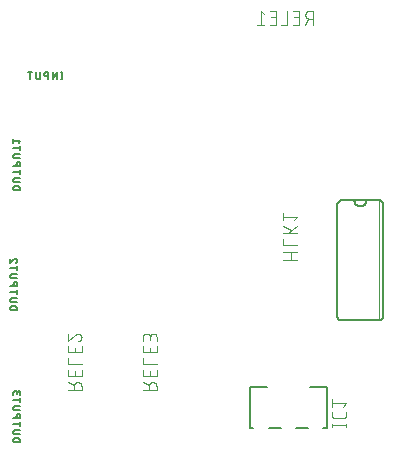
<source format=gbr>
G04 EAGLE Gerber RS-274X export*
G75*
%MOMM*%
%FSLAX34Y34*%
%LPD*%
%INSilkscreen Bottom*%
%IPPOS*%
%AMOC8*
5,1,8,0,0,1.08239X$1,22.5*%
G01*
%ADD10C,0.101600*%
%ADD11C,0.152400*%
%ADD12C,0.050800*%


D10*
X455168Y160528D02*
X466852Y160528D01*
X461659Y160528D02*
X461659Y167019D01*
X466852Y167019D02*
X455168Y167019D01*
X455168Y172743D02*
X466852Y172743D01*
X455168Y172743D02*
X455168Y177935D01*
X455168Y182795D02*
X466852Y182795D01*
X466852Y189286D02*
X459712Y182795D01*
X462308Y185392D02*
X455168Y189286D01*
X464256Y193675D02*
X466852Y196920D01*
X455168Y196920D01*
X455168Y193675D02*
X455168Y200166D01*
D11*
X427240Y53060D02*
X427240Y18060D01*
X430140Y18060D01*
X443340Y18060D02*
X453140Y18060D01*
X466340Y18060D02*
X476140Y18060D01*
X489340Y18060D02*
X492240Y18060D01*
X492240Y53060D01*
X477840Y53060D01*
X441640Y53060D02*
X427240Y53060D01*
D10*
X496748Y20366D02*
X508432Y20366D01*
X496748Y19068D02*
X496748Y21664D01*
X508432Y21664D02*
X508432Y19068D01*
X496748Y28828D02*
X496748Y31424D01*
X496748Y28828D02*
X496750Y28729D01*
X496756Y28629D01*
X496765Y28530D01*
X496778Y28432D01*
X496795Y28334D01*
X496816Y28236D01*
X496841Y28140D01*
X496869Y28045D01*
X496901Y27951D01*
X496936Y27858D01*
X496975Y27766D01*
X497018Y27676D01*
X497063Y27588D01*
X497113Y27501D01*
X497165Y27417D01*
X497221Y27334D01*
X497279Y27254D01*
X497341Y27176D01*
X497406Y27101D01*
X497474Y27028D01*
X497544Y26958D01*
X497617Y26890D01*
X497692Y26825D01*
X497770Y26763D01*
X497850Y26705D01*
X497933Y26649D01*
X498017Y26597D01*
X498104Y26547D01*
X498192Y26502D01*
X498282Y26459D01*
X498374Y26420D01*
X498467Y26385D01*
X498561Y26353D01*
X498656Y26325D01*
X498752Y26300D01*
X498850Y26279D01*
X498948Y26262D01*
X499046Y26249D01*
X499145Y26240D01*
X499245Y26234D01*
X499344Y26232D01*
X499344Y26231D02*
X505836Y26231D01*
X505836Y26232D02*
X505935Y26234D01*
X506035Y26240D01*
X506134Y26249D01*
X506232Y26262D01*
X506330Y26279D01*
X506428Y26300D01*
X506524Y26325D01*
X506619Y26353D01*
X506713Y26385D01*
X506806Y26420D01*
X506898Y26459D01*
X506988Y26502D01*
X507076Y26547D01*
X507163Y26597D01*
X507247Y26649D01*
X507330Y26705D01*
X507410Y26763D01*
X507488Y26825D01*
X507563Y26890D01*
X507636Y26958D01*
X507706Y27028D01*
X507774Y27101D01*
X507839Y27176D01*
X507901Y27254D01*
X507959Y27334D01*
X508015Y27417D01*
X508067Y27501D01*
X508117Y27588D01*
X508162Y27676D01*
X508205Y27766D01*
X508244Y27858D01*
X508279Y27950D01*
X508311Y28045D01*
X508339Y28140D01*
X508364Y28236D01*
X508385Y28334D01*
X508402Y28432D01*
X508415Y28530D01*
X508424Y28629D01*
X508430Y28729D01*
X508432Y28828D01*
X508432Y31424D01*
X505836Y35790D02*
X508432Y39035D01*
X496748Y39035D01*
X496748Y35790D02*
X496748Y42281D01*
D11*
X501142Y113030D02*
X501142Y207010D01*
X540258Y113030D02*
X540256Y112908D01*
X540250Y112786D01*
X540240Y112664D01*
X540227Y112543D01*
X540209Y112422D01*
X540188Y112302D01*
X540162Y112182D01*
X540133Y112064D01*
X540101Y111946D01*
X540064Y111829D01*
X540024Y111714D01*
X539980Y111600D01*
X539932Y111488D01*
X539881Y111377D01*
X539826Y111268D01*
X539768Y111160D01*
X539706Y111055D01*
X539641Y110952D01*
X539573Y110850D01*
X539501Y110751D01*
X539427Y110655D01*
X539349Y110560D01*
X539268Y110469D01*
X539185Y110379D01*
X539099Y110293D01*
X539009Y110210D01*
X538918Y110129D01*
X538823Y110051D01*
X538727Y109977D01*
X538628Y109905D01*
X538526Y109837D01*
X538423Y109772D01*
X538318Y109710D01*
X538210Y109652D01*
X538101Y109597D01*
X537990Y109546D01*
X537878Y109498D01*
X537764Y109454D01*
X537649Y109414D01*
X537532Y109377D01*
X537414Y109345D01*
X537296Y109316D01*
X537176Y109290D01*
X537056Y109269D01*
X536935Y109251D01*
X536814Y109238D01*
X536692Y109228D01*
X536570Y109222D01*
X536448Y109220D01*
X501142Y207010D02*
X501144Y207132D01*
X501150Y207254D01*
X501160Y207376D01*
X501173Y207497D01*
X501191Y207618D01*
X501212Y207738D01*
X501238Y207858D01*
X501267Y207976D01*
X501299Y208094D01*
X501336Y208211D01*
X501376Y208326D01*
X501420Y208440D01*
X501468Y208552D01*
X501519Y208663D01*
X501574Y208772D01*
X501632Y208880D01*
X501694Y208985D01*
X501759Y209088D01*
X501827Y209190D01*
X501899Y209289D01*
X501973Y209385D01*
X502051Y209480D01*
X502132Y209571D01*
X502215Y209661D01*
X502301Y209747D01*
X502391Y209830D01*
X502482Y209911D01*
X502577Y209989D01*
X502673Y210063D01*
X502772Y210135D01*
X502874Y210203D01*
X502977Y210268D01*
X503082Y210330D01*
X503190Y210388D01*
X503299Y210443D01*
X503410Y210494D01*
X503522Y210542D01*
X503636Y210586D01*
X503751Y210626D01*
X503868Y210663D01*
X503986Y210695D01*
X504104Y210724D01*
X504224Y210750D01*
X504344Y210771D01*
X504465Y210789D01*
X504586Y210802D01*
X504708Y210812D01*
X504830Y210818D01*
X504952Y210820D01*
X501142Y113030D02*
X501144Y112908D01*
X501150Y112786D01*
X501160Y112664D01*
X501173Y112543D01*
X501191Y112422D01*
X501212Y112302D01*
X501238Y112182D01*
X501267Y112064D01*
X501299Y111946D01*
X501336Y111829D01*
X501376Y111714D01*
X501420Y111600D01*
X501468Y111488D01*
X501519Y111377D01*
X501574Y111268D01*
X501632Y111160D01*
X501694Y111055D01*
X501759Y110952D01*
X501827Y110850D01*
X501899Y110751D01*
X501973Y110655D01*
X502051Y110560D01*
X502132Y110469D01*
X502215Y110379D01*
X502301Y110293D01*
X502391Y110210D01*
X502482Y110129D01*
X502577Y110051D01*
X502673Y109977D01*
X502772Y109905D01*
X502874Y109837D01*
X502977Y109772D01*
X503082Y109710D01*
X503190Y109652D01*
X503299Y109597D01*
X503410Y109546D01*
X503522Y109498D01*
X503636Y109454D01*
X503751Y109414D01*
X503868Y109377D01*
X503986Y109345D01*
X504104Y109316D01*
X504224Y109290D01*
X504344Y109269D01*
X504465Y109251D01*
X504586Y109238D01*
X504708Y109228D01*
X504830Y109222D01*
X504952Y109220D01*
X540258Y207010D02*
X540256Y207132D01*
X540250Y207254D01*
X540240Y207376D01*
X540227Y207497D01*
X540209Y207618D01*
X540188Y207738D01*
X540162Y207858D01*
X540133Y207976D01*
X540101Y208094D01*
X540064Y208211D01*
X540024Y208326D01*
X539980Y208440D01*
X539932Y208552D01*
X539881Y208663D01*
X539826Y208772D01*
X539768Y208880D01*
X539706Y208985D01*
X539641Y209088D01*
X539573Y209190D01*
X539501Y209289D01*
X539427Y209385D01*
X539349Y209480D01*
X539268Y209571D01*
X539185Y209661D01*
X539099Y209747D01*
X539009Y209830D01*
X538918Y209911D01*
X538823Y209989D01*
X538727Y210063D01*
X538628Y210135D01*
X538526Y210203D01*
X538423Y210268D01*
X538318Y210330D01*
X538210Y210388D01*
X538101Y210443D01*
X537990Y210494D01*
X537878Y210542D01*
X537764Y210586D01*
X537649Y210626D01*
X537532Y210663D01*
X537414Y210695D01*
X537296Y210724D01*
X537176Y210750D01*
X537056Y210771D01*
X536935Y210789D01*
X536814Y210802D01*
X536692Y210812D01*
X536570Y210818D01*
X536448Y210820D01*
X540258Y207010D02*
X540258Y113030D01*
X536448Y109220D02*
X504952Y109220D01*
X504952Y210820D02*
X536448Y210820D01*
X525780Y210820D02*
X525778Y210679D01*
X525772Y210538D01*
X525762Y210397D01*
X525749Y210256D01*
X525731Y210116D01*
X525709Y209977D01*
X525684Y209838D01*
X525655Y209699D01*
X525622Y209562D01*
X525585Y209426D01*
X525544Y209291D01*
X525500Y209156D01*
X525452Y209024D01*
X525400Y208892D01*
X525345Y208762D01*
X525286Y208634D01*
X525223Y208507D01*
X525157Y208383D01*
X525088Y208260D01*
X525015Y208139D01*
X524939Y208020D01*
X524859Y207903D01*
X524776Y207789D01*
X524691Y207676D01*
X524602Y207567D01*
X524510Y207459D01*
X524415Y207355D01*
X524317Y207253D01*
X524216Y207154D01*
X524113Y207057D01*
X524007Y206964D01*
X523899Y206874D01*
X523788Y206786D01*
X523675Y206702D01*
X523559Y206621D01*
X523441Y206543D01*
X523321Y206468D01*
X523199Y206397D01*
X523075Y206329D01*
X522949Y206265D01*
X522822Y206204D01*
X522693Y206147D01*
X522562Y206094D01*
X522430Y206044D01*
X522297Y205997D01*
X522162Y205955D01*
X522026Y205916D01*
X521889Y205881D01*
X521752Y205850D01*
X521613Y205823D01*
X521474Y205799D01*
X521334Y205780D01*
X521194Y205764D01*
X521053Y205752D01*
X520912Y205744D01*
X520771Y205740D01*
X520629Y205740D01*
X520488Y205744D01*
X520347Y205752D01*
X520206Y205764D01*
X520066Y205780D01*
X519926Y205799D01*
X519787Y205823D01*
X519648Y205850D01*
X519511Y205881D01*
X519374Y205916D01*
X519238Y205955D01*
X519103Y205997D01*
X518970Y206044D01*
X518838Y206094D01*
X518707Y206147D01*
X518578Y206204D01*
X518451Y206265D01*
X518325Y206329D01*
X518201Y206397D01*
X518079Y206468D01*
X517959Y206543D01*
X517841Y206621D01*
X517725Y206702D01*
X517612Y206786D01*
X517501Y206874D01*
X517393Y206964D01*
X517287Y207057D01*
X517184Y207154D01*
X517083Y207253D01*
X516985Y207355D01*
X516890Y207459D01*
X516798Y207567D01*
X516709Y207676D01*
X516624Y207789D01*
X516541Y207903D01*
X516461Y208020D01*
X516385Y208139D01*
X516312Y208260D01*
X516243Y208383D01*
X516177Y208507D01*
X516114Y208634D01*
X516055Y208762D01*
X516000Y208892D01*
X515948Y209024D01*
X515900Y209156D01*
X515856Y209291D01*
X515815Y209426D01*
X515778Y209562D01*
X515745Y209699D01*
X515716Y209838D01*
X515691Y209977D01*
X515669Y210116D01*
X515651Y210256D01*
X515638Y210397D01*
X515628Y210538D01*
X515622Y210679D01*
X515620Y210820D01*
D12*
X536702Y210820D02*
X536702Y109220D01*
D11*
X267733Y313182D02*
X267733Y319278D01*
X268410Y313182D02*
X267055Y313182D01*
X267055Y319278D02*
X268410Y319278D01*
X263711Y319278D02*
X263711Y313182D01*
X260325Y313182D02*
X263711Y319278D01*
X260325Y319278D02*
X260325Y313182D01*
X256218Y313182D02*
X256218Y319278D01*
X254525Y319278D01*
X254444Y319276D01*
X254364Y319270D01*
X254284Y319261D01*
X254205Y319247D01*
X254126Y319230D01*
X254048Y319209D01*
X253971Y319185D01*
X253896Y319157D01*
X253822Y319125D01*
X253749Y319090D01*
X253679Y319051D01*
X253610Y319009D01*
X253543Y318964D01*
X253478Y318916D01*
X253416Y318864D01*
X253357Y318810D01*
X253300Y318753D01*
X253246Y318694D01*
X253194Y318632D01*
X253146Y318567D01*
X253101Y318500D01*
X253059Y318432D01*
X253020Y318361D01*
X252985Y318288D01*
X252953Y318214D01*
X252925Y318139D01*
X252901Y318062D01*
X252880Y317984D01*
X252863Y317905D01*
X252849Y317826D01*
X252840Y317746D01*
X252834Y317666D01*
X252832Y317585D01*
X252834Y317504D01*
X252840Y317424D01*
X252849Y317344D01*
X252863Y317265D01*
X252880Y317186D01*
X252901Y317108D01*
X252925Y317031D01*
X252953Y316956D01*
X252985Y316882D01*
X253020Y316809D01*
X253059Y316739D01*
X253101Y316670D01*
X253146Y316603D01*
X253194Y316538D01*
X253246Y316476D01*
X253300Y316417D01*
X253357Y316360D01*
X253416Y316306D01*
X253478Y316254D01*
X253543Y316206D01*
X253610Y316161D01*
X253679Y316119D01*
X253749Y316080D01*
X253822Y316045D01*
X253896Y316013D01*
X253971Y315985D01*
X254048Y315961D01*
X254126Y315940D01*
X254205Y315923D01*
X254284Y315909D01*
X254364Y315900D01*
X254444Y315894D01*
X254525Y315892D01*
X254525Y315891D02*
X256218Y315891D01*
X249538Y314875D02*
X249538Y319278D01*
X249538Y314875D02*
X249536Y314794D01*
X249530Y314714D01*
X249521Y314634D01*
X249507Y314555D01*
X249490Y314476D01*
X249469Y314398D01*
X249445Y314321D01*
X249417Y314246D01*
X249385Y314172D01*
X249350Y314099D01*
X249311Y314029D01*
X249269Y313960D01*
X249224Y313893D01*
X249176Y313828D01*
X249124Y313766D01*
X249070Y313707D01*
X249013Y313650D01*
X248954Y313596D01*
X248892Y313544D01*
X248827Y313496D01*
X248760Y313451D01*
X248692Y313409D01*
X248621Y313370D01*
X248548Y313335D01*
X248474Y313303D01*
X248399Y313275D01*
X248322Y313251D01*
X248244Y313230D01*
X248165Y313213D01*
X248086Y313199D01*
X248006Y313190D01*
X247926Y313184D01*
X247845Y313182D01*
X247764Y313184D01*
X247684Y313190D01*
X247604Y313199D01*
X247525Y313213D01*
X247446Y313230D01*
X247368Y313251D01*
X247291Y313275D01*
X247216Y313303D01*
X247142Y313335D01*
X247069Y313370D01*
X246999Y313409D01*
X246930Y313451D01*
X246863Y313496D01*
X246798Y313544D01*
X246736Y313596D01*
X246677Y313650D01*
X246620Y313707D01*
X246566Y313766D01*
X246514Y313828D01*
X246466Y313893D01*
X246421Y313960D01*
X246379Y314029D01*
X246340Y314099D01*
X246305Y314172D01*
X246273Y314246D01*
X246245Y314321D01*
X246221Y314398D01*
X246200Y314476D01*
X246183Y314555D01*
X246169Y314634D01*
X246160Y314714D01*
X246154Y314794D01*
X246152Y314875D01*
X246151Y314875D02*
X246151Y319278D01*
X241215Y319278D02*
X241215Y313182D01*
X242909Y319278D02*
X239522Y319278D01*
X231225Y219202D02*
X228515Y219202D01*
X231225Y219202D02*
X231306Y219204D01*
X231386Y219210D01*
X231466Y219219D01*
X231545Y219233D01*
X231624Y219250D01*
X231702Y219271D01*
X231779Y219295D01*
X231854Y219323D01*
X231928Y219355D01*
X232001Y219390D01*
X232072Y219429D01*
X232140Y219471D01*
X232207Y219516D01*
X232272Y219564D01*
X232334Y219616D01*
X232393Y219670D01*
X232450Y219727D01*
X232504Y219786D01*
X232556Y219848D01*
X232604Y219913D01*
X232649Y219980D01*
X232691Y220049D01*
X232730Y220119D01*
X232765Y220192D01*
X232797Y220266D01*
X232825Y220341D01*
X232849Y220418D01*
X232870Y220496D01*
X232887Y220575D01*
X232901Y220654D01*
X232910Y220734D01*
X232916Y220814D01*
X232918Y220895D01*
X232916Y220976D01*
X232910Y221056D01*
X232901Y221136D01*
X232887Y221215D01*
X232870Y221294D01*
X232849Y221372D01*
X232825Y221449D01*
X232797Y221524D01*
X232765Y221598D01*
X232730Y221671D01*
X232691Y221742D01*
X232649Y221810D01*
X232604Y221877D01*
X232556Y221942D01*
X232504Y222004D01*
X232450Y222063D01*
X232393Y222120D01*
X232334Y222174D01*
X232272Y222226D01*
X232207Y222274D01*
X232140Y222319D01*
X232071Y222361D01*
X232001Y222400D01*
X231928Y222435D01*
X231854Y222467D01*
X231779Y222495D01*
X231702Y222519D01*
X231624Y222540D01*
X231545Y222557D01*
X231466Y222571D01*
X231386Y222580D01*
X231306Y222586D01*
X231225Y222588D01*
X231225Y222589D02*
X228515Y222589D01*
X228515Y222588D02*
X228434Y222586D01*
X228354Y222580D01*
X228274Y222571D01*
X228195Y222557D01*
X228116Y222540D01*
X228038Y222519D01*
X227961Y222495D01*
X227886Y222467D01*
X227812Y222435D01*
X227739Y222400D01*
X227669Y222361D01*
X227600Y222319D01*
X227533Y222274D01*
X227468Y222226D01*
X227406Y222174D01*
X227347Y222120D01*
X227290Y222063D01*
X227236Y222004D01*
X227184Y221942D01*
X227136Y221877D01*
X227091Y221810D01*
X227049Y221742D01*
X227010Y221671D01*
X226975Y221598D01*
X226943Y221524D01*
X226915Y221449D01*
X226891Y221372D01*
X226870Y221294D01*
X226853Y221215D01*
X226839Y221136D01*
X226830Y221056D01*
X226824Y220976D01*
X226822Y220895D01*
X226824Y220814D01*
X226830Y220734D01*
X226839Y220654D01*
X226853Y220575D01*
X226870Y220496D01*
X226891Y220418D01*
X226915Y220341D01*
X226943Y220266D01*
X226975Y220192D01*
X227010Y220119D01*
X227049Y220049D01*
X227091Y219980D01*
X227136Y219913D01*
X227184Y219848D01*
X227236Y219786D01*
X227290Y219727D01*
X227347Y219670D01*
X227406Y219616D01*
X227468Y219564D01*
X227533Y219516D01*
X227600Y219471D01*
X227669Y219429D01*
X227739Y219390D01*
X227812Y219355D01*
X227886Y219323D01*
X227961Y219295D01*
X228038Y219271D01*
X228116Y219250D01*
X228195Y219233D01*
X228274Y219219D01*
X228354Y219210D01*
X228434Y219204D01*
X228515Y219202D01*
X228515Y226289D02*
X232918Y226289D01*
X228515Y226289D02*
X228434Y226291D01*
X228354Y226297D01*
X228274Y226306D01*
X228195Y226320D01*
X228116Y226337D01*
X228038Y226358D01*
X227961Y226382D01*
X227886Y226410D01*
X227812Y226442D01*
X227739Y226477D01*
X227669Y226516D01*
X227600Y226558D01*
X227533Y226603D01*
X227468Y226651D01*
X227406Y226703D01*
X227347Y226757D01*
X227290Y226814D01*
X227236Y226873D01*
X227184Y226935D01*
X227136Y227000D01*
X227091Y227067D01*
X227049Y227136D01*
X227010Y227206D01*
X226975Y227279D01*
X226943Y227353D01*
X226915Y227428D01*
X226891Y227505D01*
X226870Y227583D01*
X226853Y227662D01*
X226839Y227741D01*
X226830Y227821D01*
X226824Y227901D01*
X226822Y227982D01*
X226824Y228063D01*
X226830Y228143D01*
X226839Y228223D01*
X226853Y228302D01*
X226870Y228381D01*
X226891Y228459D01*
X226915Y228536D01*
X226943Y228611D01*
X226975Y228685D01*
X227010Y228758D01*
X227049Y228829D01*
X227091Y228897D01*
X227136Y228964D01*
X227184Y229029D01*
X227236Y229091D01*
X227290Y229150D01*
X227347Y229207D01*
X227406Y229261D01*
X227468Y229313D01*
X227533Y229361D01*
X227600Y229406D01*
X227669Y229448D01*
X227739Y229487D01*
X227812Y229522D01*
X227886Y229554D01*
X227961Y229582D01*
X228038Y229606D01*
X228116Y229627D01*
X228195Y229644D01*
X228274Y229658D01*
X228354Y229667D01*
X228434Y229673D01*
X228515Y229675D01*
X232918Y229675D01*
X232918Y234611D02*
X226822Y234611D01*
X232918Y232918D02*
X232918Y236305D01*
X232918Y239725D02*
X226822Y239725D01*
X232918Y239725D02*
X232918Y241418D01*
X232916Y241499D01*
X232910Y241579D01*
X232901Y241659D01*
X232887Y241738D01*
X232870Y241817D01*
X232849Y241895D01*
X232825Y241972D01*
X232797Y242047D01*
X232765Y242121D01*
X232730Y242194D01*
X232691Y242265D01*
X232649Y242333D01*
X232604Y242400D01*
X232556Y242465D01*
X232504Y242527D01*
X232450Y242586D01*
X232393Y242643D01*
X232334Y242697D01*
X232272Y242749D01*
X232207Y242797D01*
X232140Y242842D01*
X232072Y242884D01*
X232001Y242923D01*
X231928Y242958D01*
X231854Y242990D01*
X231779Y243018D01*
X231702Y243042D01*
X231624Y243063D01*
X231545Y243080D01*
X231466Y243094D01*
X231386Y243103D01*
X231306Y243109D01*
X231225Y243111D01*
X231144Y243109D01*
X231064Y243103D01*
X230984Y243094D01*
X230905Y243080D01*
X230826Y243063D01*
X230748Y243042D01*
X230671Y243018D01*
X230596Y242990D01*
X230522Y242958D01*
X230449Y242923D01*
X230379Y242884D01*
X230310Y242842D01*
X230243Y242797D01*
X230178Y242749D01*
X230116Y242697D01*
X230057Y242643D01*
X230000Y242586D01*
X229946Y242527D01*
X229894Y242465D01*
X229846Y242400D01*
X229801Y242333D01*
X229759Y242265D01*
X229720Y242194D01*
X229685Y242121D01*
X229653Y242047D01*
X229625Y241972D01*
X229601Y241895D01*
X229580Y241817D01*
X229563Y241738D01*
X229549Y241659D01*
X229540Y241579D01*
X229534Y241499D01*
X229532Y241418D01*
X229531Y241418D02*
X229531Y239725D01*
X228515Y246405D02*
X232918Y246405D01*
X228515Y246406D02*
X228434Y246408D01*
X228354Y246414D01*
X228274Y246423D01*
X228195Y246437D01*
X228116Y246454D01*
X228038Y246475D01*
X227961Y246499D01*
X227886Y246527D01*
X227812Y246559D01*
X227739Y246594D01*
X227669Y246633D01*
X227600Y246675D01*
X227533Y246720D01*
X227468Y246768D01*
X227406Y246820D01*
X227347Y246874D01*
X227290Y246931D01*
X227236Y246990D01*
X227184Y247052D01*
X227136Y247117D01*
X227091Y247184D01*
X227049Y247253D01*
X227010Y247323D01*
X226975Y247396D01*
X226943Y247470D01*
X226915Y247545D01*
X226891Y247622D01*
X226870Y247700D01*
X226853Y247779D01*
X226839Y247858D01*
X226830Y247938D01*
X226824Y248018D01*
X226822Y248099D01*
X226824Y248180D01*
X226830Y248260D01*
X226839Y248340D01*
X226853Y248419D01*
X226870Y248498D01*
X226891Y248576D01*
X226915Y248653D01*
X226943Y248728D01*
X226975Y248802D01*
X227010Y248875D01*
X227049Y248946D01*
X227091Y249014D01*
X227136Y249081D01*
X227184Y249146D01*
X227236Y249208D01*
X227290Y249267D01*
X227347Y249324D01*
X227406Y249378D01*
X227468Y249430D01*
X227533Y249478D01*
X227600Y249523D01*
X227669Y249565D01*
X227739Y249604D01*
X227812Y249639D01*
X227886Y249671D01*
X227961Y249699D01*
X228038Y249723D01*
X228116Y249744D01*
X228195Y249761D01*
X228274Y249775D01*
X228354Y249784D01*
X228434Y249790D01*
X228515Y249792D01*
X232918Y249792D01*
X232918Y254728D02*
X226822Y254728D01*
X232918Y253035D02*
X232918Y256421D01*
X231563Y259435D02*
X232918Y261129D01*
X226822Y261129D01*
X226822Y262822D02*
X226822Y259435D01*
X225975Y117602D02*
X228685Y117602D01*
X228766Y117604D01*
X228846Y117610D01*
X228926Y117619D01*
X229005Y117633D01*
X229084Y117650D01*
X229162Y117671D01*
X229239Y117695D01*
X229314Y117723D01*
X229388Y117755D01*
X229461Y117790D01*
X229532Y117829D01*
X229600Y117871D01*
X229667Y117916D01*
X229732Y117964D01*
X229794Y118016D01*
X229853Y118070D01*
X229910Y118127D01*
X229964Y118186D01*
X230016Y118248D01*
X230064Y118313D01*
X230109Y118380D01*
X230151Y118449D01*
X230190Y118519D01*
X230225Y118592D01*
X230257Y118666D01*
X230285Y118741D01*
X230309Y118818D01*
X230330Y118896D01*
X230347Y118975D01*
X230361Y119054D01*
X230370Y119134D01*
X230376Y119214D01*
X230378Y119295D01*
X230376Y119376D01*
X230370Y119456D01*
X230361Y119536D01*
X230347Y119615D01*
X230330Y119694D01*
X230309Y119772D01*
X230285Y119849D01*
X230257Y119924D01*
X230225Y119998D01*
X230190Y120071D01*
X230151Y120142D01*
X230109Y120210D01*
X230064Y120277D01*
X230016Y120342D01*
X229964Y120404D01*
X229910Y120463D01*
X229853Y120520D01*
X229794Y120574D01*
X229732Y120626D01*
X229667Y120674D01*
X229600Y120719D01*
X229531Y120761D01*
X229461Y120800D01*
X229388Y120835D01*
X229314Y120867D01*
X229239Y120895D01*
X229162Y120919D01*
X229084Y120940D01*
X229005Y120957D01*
X228926Y120971D01*
X228846Y120980D01*
X228766Y120986D01*
X228685Y120988D01*
X228685Y120989D02*
X225975Y120989D01*
X225975Y120988D02*
X225894Y120986D01*
X225814Y120980D01*
X225734Y120971D01*
X225655Y120957D01*
X225576Y120940D01*
X225498Y120919D01*
X225421Y120895D01*
X225346Y120867D01*
X225272Y120835D01*
X225199Y120800D01*
X225129Y120761D01*
X225060Y120719D01*
X224993Y120674D01*
X224928Y120626D01*
X224866Y120574D01*
X224807Y120520D01*
X224750Y120463D01*
X224696Y120404D01*
X224644Y120342D01*
X224596Y120277D01*
X224551Y120210D01*
X224509Y120142D01*
X224470Y120071D01*
X224435Y119998D01*
X224403Y119924D01*
X224375Y119849D01*
X224351Y119772D01*
X224330Y119694D01*
X224313Y119615D01*
X224299Y119536D01*
X224290Y119456D01*
X224284Y119376D01*
X224282Y119295D01*
X224284Y119214D01*
X224290Y119134D01*
X224299Y119054D01*
X224313Y118975D01*
X224330Y118896D01*
X224351Y118818D01*
X224375Y118741D01*
X224403Y118666D01*
X224435Y118592D01*
X224470Y118519D01*
X224509Y118449D01*
X224551Y118380D01*
X224596Y118313D01*
X224644Y118248D01*
X224696Y118186D01*
X224750Y118127D01*
X224807Y118070D01*
X224866Y118016D01*
X224928Y117964D01*
X224993Y117916D01*
X225060Y117871D01*
X225129Y117829D01*
X225199Y117790D01*
X225272Y117755D01*
X225346Y117723D01*
X225421Y117695D01*
X225498Y117671D01*
X225576Y117650D01*
X225655Y117633D01*
X225734Y117619D01*
X225814Y117610D01*
X225894Y117604D01*
X225975Y117602D01*
X225975Y124689D02*
X230378Y124689D01*
X225975Y124689D02*
X225894Y124691D01*
X225814Y124697D01*
X225734Y124706D01*
X225655Y124720D01*
X225576Y124737D01*
X225498Y124758D01*
X225421Y124782D01*
X225346Y124810D01*
X225272Y124842D01*
X225199Y124877D01*
X225129Y124916D01*
X225060Y124958D01*
X224993Y125003D01*
X224928Y125051D01*
X224866Y125103D01*
X224807Y125157D01*
X224750Y125214D01*
X224696Y125273D01*
X224644Y125335D01*
X224596Y125400D01*
X224551Y125467D01*
X224509Y125536D01*
X224470Y125606D01*
X224435Y125679D01*
X224403Y125753D01*
X224375Y125828D01*
X224351Y125905D01*
X224330Y125983D01*
X224313Y126062D01*
X224299Y126141D01*
X224290Y126221D01*
X224284Y126301D01*
X224282Y126382D01*
X224284Y126463D01*
X224290Y126543D01*
X224299Y126623D01*
X224313Y126702D01*
X224330Y126781D01*
X224351Y126859D01*
X224375Y126936D01*
X224403Y127011D01*
X224435Y127085D01*
X224470Y127158D01*
X224509Y127229D01*
X224551Y127297D01*
X224596Y127364D01*
X224644Y127429D01*
X224696Y127491D01*
X224750Y127550D01*
X224807Y127607D01*
X224866Y127661D01*
X224928Y127713D01*
X224993Y127761D01*
X225060Y127806D01*
X225129Y127848D01*
X225199Y127887D01*
X225272Y127922D01*
X225346Y127954D01*
X225421Y127982D01*
X225498Y128006D01*
X225576Y128027D01*
X225655Y128044D01*
X225734Y128058D01*
X225814Y128067D01*
X225894Y128073D01*
X225975Y128075D01*
X230378Y128075D01*
X230378Y133011D02*
X224282Y133011D01*
X230378Y131318D02*
X230378Y134705D01*
X230378Y138125D02*
X224282Y138125D01*
X230378Y138125D02*
X230378Y139818D01*
X230376Y139899D01*
X230370Y139979D01*
X230361Y140059D01*
X230347Y140138D01*
X230330Y140217D01*
X230309Y140295D01*
X230285Y140372D01*
X230257Y140447D01*
X230225Y140521D01*
X230190Y140594D01*
X230151Y140665D01*
X230109Y140733D01*
X230064Y140800D01*
X230016Y140865D01*
X229964Y140927D01*
X229910Y140986D01*
X229853Y141043D01*
X229794Y141097D01*
X229732Y141149D01*
X229667Y141197D01*
X229600Y141242D01*
X229532Y141284D01*
X229461Y141323D01*
X229388Y141358D01*
X229314Y141390D01*
X229239Y141418D01*
X229162Y141442D01*
X229084Y141463D01*
X229005Y141480D01*
X228926Y141494D01*
X228846Y141503D01*
X228766Y141509D01*
X228685Y141511D01*
X228604Y141509D01*
X228524Y141503D01*
X228444Y141494D01*
X228365Y141480D01*
X228286Y141463D01*
X228208Y141442D01*
X228131Y141418D01*
X228056Y141390D01*
X227982Y141358D01*
X227909Y141323D01*
X227839Y141284D01*
X227770Y141242D01*
X227703Y141197D01*
X227638Y141149D01*
X227576Y141097D01*
X227517Y141043D01*
X227460Y140986D01*
X227406Y140927D01*
X227354Y140865D01*
X227306Y140800D01*
X227261Y140733D01*
X227219Y140665D01*
X227180Y140594D01*
X227145Y140521D01*
X227113Y140447D01*
X227085Y140372D01*
X227061Y140295D01*
X227040Y140217D01*
X227023Y140138D01*
X227009Y140059D01*
X227000Y139979D01*
X226994Y139899D01*
X226992Y139818D01*
X226991Y139818D02*
X226991Y138125D01*
X225975Y144805D02*
X230378Y144805D01*
X225975Y144806D02*
X225894Y144808D01*
X225814Y144814D01*
X225734Y144823D01*
X225655Y144837D01*
X225576Y144854D01*
X225498Y144875D01*
X225421Y144899D01*
X225346Y144927D01*
X225272Y144959D01*
X225199Y144994D01*
X225129Y145033D01*
X225060Y145075D01*
X224993Y145120D01*
X224928Y145168D01*
X224866Y145220D01*
X224807Y145274D01*
X224750Y145331D01*
X224696Y145390D01*
X224644Y145452D01*
X224596Y145517D01*
X224551Y145584D01*
X224509Y145653D01*
X224470Y145723D01*
X224435Y145796D01*
X224403Y145870D01*
X224375Y145945D01*
X224351Y146022D01*
X224330Y146100D01*
X224313Y146179D01*
X224299Y146258D01*
X224290Y146338D01*
X224284Y146418D01*
X224282Y146499D01*
X224284Y146580D01*
X224290Y146660D01*
X224299Y146740D01*
X224313Y146819D01*
X224330Y146898D01*
X224351Y146976D01*
X224375Y147053D01*
X224403Y147128D01*
X224435Y147202D01*
X224470Y147275D01*
X224509Y147346D01*
X224551Y147414D01*
X224596Y147481D01*
X224644Y147546D01*
X224696Y147608D01*
X224750Y147667D01*
X224807Y147724D01*
X224866Y147778D01*
X224928Y147830D01*
X224993Y147878D01*
X225060Y147923D01*
X225129Y147965D01*
X225199Y148004D01*
X225272Y148039D01*
X225346Y148071D01*
X225421Y148099D01*
X225498Y148123D01*
X225576Y148144D01*
X225655Y148161D01*
X225734Y148175D01*
X225814Y148184D01*
X225894Y148190D01*
X225975Y148192D01*
X230378Y148192D01*
X230378Y153128D02*
X224282Y153128D01*
X230378Y151435D02*
X230378Y154821D01*
X230378Y159698D02*
X230376Y159775D01*
X230370Y159852D01*
X230360Y159929D01*
X230347Y160005D01*
X230329Y160080D01*
X230308Y160154D01*
X230283Y160227D01*
X230254Y160299D01*
X230222Y160369D01*
X230187Y160438D01*
X230147Y160504D01*
X230105Y160569D01*
X230059Y160631D01*
X230010Y160691D01*
X229959Y160748D01*
X229904Y160803D01*
X229847Y160854D01*
X229787Y160903D01*
X229725Y160949D01*
X229660Y160991D01*
X229594Y161031D01*
X229525Y161066D01*
X229455Y161098D01*
X229383Y161127D01*
X229310Y161152D01*
X229236Y161173D01*
X229161Y161191D01*
X229085Y161204D01*
X229008Y161214D01*
X228931Y161220D01*
X228854Y161222D01*
X230378Y159698D02*
X230376Y159613D01*
X230371Y159528D01*
X230361Y159444D01*
X230349Y159360D01*
X230332Y159277D01*
X230312Y159194D01*
X230288Y159113D01*
X230261Y159032D01*
X230231Y158953D01*
X230197Y158875D01*
X230159Y158799D01*
X230119Y158724D01*
X230075Y158652D01*
X230028Y158581D01*
X229978Y158512D01*
X229925Y158446D01*
X229870Y158382D01*
X229811Y158320D01*
X229750Y158261D01*
X229687Y158205D01*
X229621Y158151D01*
X229552Y158101D01*
X229482Y158053D01*
X229410Y158009D01*
X229336Y157967D01*
X229260Y157929D01*
X229182Y157895D01*
X229103Y157863D01*
X229023Y157835D01*
X227669Y160714D02*
X227724Y160769D01*
X227781Y160822D01*
X227841Y160871D01*
X227904Y160918D01*
X227968Y160962D01*
X228035Y161002D01*
X228103Y161040D01*
X228174Y161074D01*
X228245Y161105D01*
X228318Y161132D01*
X228392Y161156D01*
X228468Y161176D01*
X228544Y161192D01*
X228621Y161205D01*
X228698Y161215D01*
X228776Y161220D01*
X228854Y161222D01*
X227669Y160714D02*
X224282Y157835D01*
X224282Y161222D01*
X228515Y5842D02*
X231225Y5842D01*
X231306Y5844D01*
X231386Y5850D01*
X231466Y5859D01*
X231545Y5873D01*
X231624Y5890D01*
X231702Y5911D01*
X231779Y5935D01*
X231854Y5963D01*
X231928Y5995D01*
X232001Y6030D01*
X232072Y6069D01*
X232140Y6111D01*
X232207Y6156D01*
X232272Y6204D01*
X232334Y6256D01*
X232393Y6310D01*
X232450Y6367D01*
X232504Y6426D01*
X232556Y6488D01*
X232604Y6553D01*
X232649Y6620D01*
X232691Y6689D01*
X232730Y6759D01*
X232765Y6832D01*
X232797Y6906D01*
X232825Y6981D01*
X232849Y7058D01*
X232870Y7136D01*
X232887Y7215D01*
X232901Y7294D01*
X232910Y7374D01*
X232916Y7454D01*
X232918Y7535D01*
X232916Y7616D01*
X232910Y7696D01*
X232901Y7776D01*
X232887Y7855D01*
X232870Y7934D01*
X232849Y8012D01*
X232825Y8089D01*
X232797Y8164D01*
X232765Y8238D01*
X232730Y8311D01*
X232691Y8382D01*
X232649Y8450D01*
X232604Y8517D01*
X232556Y8582D01*
X232504Y8644D01*
X232450Y8703D01*
X232393Y8760D01*
X232334Y8814D01*
X232272Y8866D01*
X232207Y8914D01*
X232140Y8959D01*
X232071Y9001D01*
X232001Y9040D01*
X231928Y9075D01*
X231854Y9107D01*
X231779Y9135D01*
X231702Y9159D01*
X231624Y9180D01*
X231545Y9197D01*
X231466Y9211D01*
X231386Y9220D01*
X231306Y9226D01*
X231225Y9228D01*
X231225Y9229D02*
X228515Y9229D01*
X228515Y9228D02*
X228434Y9226D01*
X228354Y9220D01*
X228274Y9211D01*
X228195Y9197D01*
X228116Y9180D01*
X228038Y9159D01*
X227961Y9135D01*
X227886Y9107D01*
X227812Y9075D01*
X227739Y9040D01*
X227669Y9001D01*
X227600Y8959D01*
X227533Y8914D01*
X227468Y8866D01*
X227406Y8814D01*
X227347Y8760D01*
X227290Y8703D01*
X227236Y8644D01*
X227184Y8582D01*
X227136Y8517D01*
X227091Y8450D01*
X227049Y8382D01*
X227010Y8311D01*
X226975Y8238D01*
X226943Y8164D01*
X226915Y8089D01*
X226891Y8012D01*
X226870Y7934D01*
X226853Y7855D01*
X226839Y7776D01*
X226830Y7696D01*
X226824Y7616D01*
X226822Y7535D01*
X226824Y7454D01*
X226830Y7374D01*
X226839Y7294D01*
X226853Y7215D01*
X226870Y7136D01*
X226891Y7058D01*
X226915Y6981D01*
X226943Y6906D01*
X226975Y6832D01*
X227010Y6759D01*
X227049Y6689D01*
X227091Y6620D01*
X227136Y6553D01*
X227184Y6488D01*
X227236Y6426D01*
X227290Y6367D01*
X227347Y6310D01*
X227406Y6256D01*
X227468Y6204D01*
X227533Y6156D01*
X227600Y6111D01*
X227669Y6069D01*
X227739Y6030D01*
X227812Y5995D01*
X227886Y5963D01*
X227961Y5935D01*
X228038Y5911D01*
X228116Y5890D01*
X228195Y5873D01*
X228274Y5859D01*
X228354Y5850D01*
X228434Y5844D01*
X228515Y5842D01*
X228515Y12929D02*
X232918Y12929D01*
X228515Y12929D02*
X228434Y12931D01*
X228354Y12937D01*
X228274Y12946D01*
X228195Y12960D01*
X228116Y12977D01*
X228038Y12998D01*
X227961Y13022D01*
X227886Y13050D01*
X227812Y13082D01*
X227739Y13117D01*
X227669Y13156D01*
X227600Y13198D01*
X227533Y13243D01*
X227468Y13291D01*
X227406Y13343D01*
X227347Y13397D01*
X227290Y13454D01*
X227236Y13513D01*
X227184Y13575D01*
X227136Y13640D01*
X227091Y13707D01*
X227049Y13776D01*
X227010Y13846D01*
X226975Y13919D01*
X226943Y13993D01*
X226915Y14068D01*
X226891Y14145D01*
X226870Y14223D01*
X226853Y14302D01*
X226839Y14381D01*
X226830Y14461D01*
X226824Y14541D01*
X226822Y14622D01*
X226824Y14703D01*
X226830Y14783D01*
X226839Y14863D01*
X226853Y14942D01*
X226870Y15021D01*
X226891Y15099D01*
X226915Y15176D01*
X226943Y15251D01*
X226975Y15325D01*
X227010Y15398D01*
X227049Y15469D01*
X227091Y15537D01*
X227136Y15604D01*
X227184Y15669D01*
X227236Y15731D01*
X227290Y15790D01*
X227347Y15847D01*
X227406Y15901D01*
X227468Y15953D01*
X227533Y16001D01*
X227600Y16046D01*
X227669Y16088D01*
X227739Y16127D01*
X227812Y16162D01*
X227886Y16194D01*
X227961Y16222D01*
X228038Y16246D01*
X228116Y16267D01*
X228195Y16284D01*
X228274Y16298D01*
X228354Y16307D01*
X228434Y16313D01*
X228515Y16315D01*
X232918Y16315D01*
X232918Y21251D02*
X226822Y21251D01*
X232918Y19558D02*
X232918Y22945D01*
X232918Y26365D02*
X226822Y26365D01*
X232918Y26365D02*
X232918Y28058D01*
X232916Y28139D01*
X232910Y28219D01*
X232901Y28299D01*
X232887Y28378D01*
X232870Y28457D01*
X232849Y28535D01*
X232825Y28612D01*
X232797Y28687D01*
X232765Y28761D01*
X232730Y28834D01*
X232691Y28905D01*
X232649Y28973D01*
X232604Y29040D01*
X232556Y29105D01*
X232504Y29167D01*
X232450Y29226D01*
X232393Y29283D01*
X232334Y29337D01*
X232272Y29389D01*
X232207Y29437D01*
X232140Y29482D01*
X232072Y29524D01*
X232001Y29563D01*
X231928Y29598D01*
X231854Y29630D01*
X231779Y29658D01*
X231702Y29682D01*
X231624Y29703D01*
X231545Y29720D01*
X231466Y29734D01*
X231386Y29743D01*
X231306Y29749D01*
X231225Y29751D01*
X231144Y29749D01*
X231064Y29743D01*
X230984Y29734D01*
X230905Y29720D01*
X230826Y29703D01*
X230748Y29682D01*
X230671Y29658D01*
X230596Y29630D01*
X230522Y29598D01*
X230449Y29563D01*
X230379Y29524D01*
X230310Y29482D01*
X230243Y29437D01*
X230178Y29389D01*
X230116Y29337D01*
X230057Y29283D01*
X230000Y29226D01*
X229946Y29167D01*
X229894Y29105D01*
X229846Y29040D01*
X229801Y28973D01*
X229759Y28905D01*
X229720Y28834D01*
X229685Y28761D01*
X229653Y28687D01*
X229625Y28612D01*
X229601Y28535D01*
X229580Y28457D01*
X229563Y28378D01*
X229549Y28299D01*
X229540Y28219D01*
X229534Y28139D01*
X229532Y28058D01*
X229531Y28058D02*
X229531Y26365D01*
X228515Y33045D02*
X232918Y33045D01*
X228515Y33046D02*
X228434Y33048D01*
X228354Y33054D01*
X228274Y33063D01*
X228195Y33077D01*
X228116Y33094D01*
X228038Y33115D01*
X227961Y33139D01*
X227886Y33167D01*
X227812Y33199D01*
X227739Y33234D01*
X227669Y33273D01*
X227600Y33315D01*
X227533Y33360D01*
X227468Y33408D01*
X227406Y33460D01*
X227347Y33514D01*
X227290Y33571D01*
X227236Y33630D01*
X227184Y33692D01*
X227136Y33757D01*
X227091Y33824D01*
X227049Y33893D01*
X227010Y33963D01*
X226975Y34036D01*
X226943Y34110D01*
X226915Y34185D01*
X226891Y34262D01*
X226870Y34340D01*
X226853Y34419D01*
X226839Y34498D01*
X226830Y34578D01*
X226824Y34658D01*
X226822Y34739D01*
X226824Y34820D01*
X226830Y34900D01*
X226839Y34980D01*
X226853Y35059D01*
X226870Y35138D01*
X226891Y35216D01*
X226915Y35293D01*
X226943Y35368D01*
X226975Y35442D01*
X227010Y35515D01*
X227049Y35586D01*
X227091Y35654D01*
X227136Y35721D01*
X227184Y35786D01*
X227236Y35848D01*
X227290Y35907D01*
X227347Y35964D01*
X227406Y36018D01*
X227468Y36070D01*
X227533Y36118D01*
X227600Y36163D01*
X227669Y36205D01*
X227739Y36244D01*
X227812Y36279D01*
X227886Y36311D01*
X227961Y36339D01*
X228038Y36363D01*
X228116Y36384D01*
X228195Y36401D01*
X228274Y36415D01*
X228354Y36424D01*
X228434Y36430D01*
X228515Y36432D01*
X232918Y36432D01*
X232918Y41368D02*
X226822Y41368D01*
X232918Y39675D02*
X232918Y43061D01*
X226822Y46075D02*
X226822Y47769D01*
X226824Y47850D01*
X226830Y47930D01*
X226839Y48010D01*
X226853Y48089D01*
X226870Y48168D01*
X226891Y48246D01*
X226915Y48323D01*
X226943Y48398D01*
X226975Y48472D01*
X227010Y48545D01*
X227049Y48616D01*
X227091Y48684D01*
X227136Y48751D01*
X227184Y48816D01*
X227236Y48878D01*
X227290Y48937D01*
X227347Y48994D01*
X227406Y49048D01*
X227468Y49100D01*
X227533Y49148D01*
X227600Y49193D01*
X227669Y49235D01*
X227739Y49274D01*
X227812Y49309D01*
X227886Y49341D01*
X227961Y49369D01*
X228038Y49393D01*
X228116Y49414D01*
X228195Y49431D01*
X228274Y49445D01*
X228354Y49454D01*
X228434Y49460D01*
X228515Y49462D01*
X228596Y49460D01*
X228676Y49454D01*
X228756Y49445D01*
X228835Y49431D01*
X228914Y49414D01*
X228992Y49393D01*
X229069Y49369D01*
X229144Y49341D01*
X229218Y49309D01*
X229291Y49274D01*
X229362Y49235D01*
X229430Y49193D01*
X229497Y49148D01*
X229562Y49100D01*
X229624Y49048D01*
X229683Y48994D01*
X229740Y48937D01*
X229794Y48878D01*
X229846Y48816D01*
X229894Y48751D01*
X229939Y48684D01*
X229981Y48616D01*
X230020Y48545D01*
X230055Y48472D01*
X230087Y48398D01*
X230115Y48323D01*
X230139Y48246D01*
X230160Y48168D01*
X230177Y48089D01*
X230191Y48010D01*
X230200Y47930D01*
X230206Y47850D01*
X230208Y47769D01*
X232918Y48107D02*
X232918Y46075D01*
X232918Y48107D02*
X232916Y48179D01*
X232910Y48251D01*
X232901Y48323D01*
X232887Y48393D01*
X232870Y48464D01*
X232849Y48533D01*
X232825Y48600D01*
X232797Y48667D01*
X232765Y48732D01*
X232730Y48795D01*
X232692Y48856D01*
X232651Y48915D01*
X232606Y48972D01*
X232559Y49026D01*
X232508Y49078D01*
X232455Y49127D01*
X232400Y49173D01*
X232342Y49216D01*
X232282Y49256D01*
X232220Y49292D01*
X232156Y49326D01*
X232090Y49355D01*
X232023Y49382D01*
X231954Y49404D01*
X231885Y49423D01*
X231814Y49439D01*
X231743Y49450D01*
X231671Y49458D01*
X231599Y49462D01*
X231527Y49462D01*
X231455Y49458D01*
X231383Y49450D01*
X231312Y49439D01*
X231241Y49423D01*
X231172Y49404D01*
X231103Y49382D01*
X231036Y49355D01*
X230970Y49326D01*
X230906Y49292D01*
X230844Y49256D01*
X230784Y49216D01*
X230726Y49173D01*
X230671Y49127D01*
X230618Y49078D01*
X230567Y49026D01*
X230520Y48972D01*
X230475Y48915D01*
X230434Y48856D01*
X230396Y48795D01*
X230361Y48732D01*
X230329Y48667D01*
X230301Y48600D01*
X230277Y48533D01*
X230256Y48464D01*
X230239Y48393D01*
X230225Y48323D01*
X230216Y48251D01*
X230210Y48179D01*
X230208Y48107D01*
X230209Y48107D02*
X230209Y46753D01*
D10*
X480533Y359258D02*
X480533Y370942D01*
X477287Y370942D01*
X477174Y370940D01*
X477061Y370934D01*
X476948Y370924D01*
X476835Y370910D01*
X476723Y370893D01*
X476612Y370871D01*
X476502Y370846D01*
X476392Y370816D01*
X476284Y370783D01*
X476177Y370746D01*
X476071Y370706D01*
X475967Y370661D01*
X475864Y370613D01*
X475763Y370562D01*
X475664Y370507D01*
X475567Y370449D01*
X475472Y370387D01*
X475379Y370322D01*
X475289Y370254D01*
X475201Y370183D01*
X475115Y370108D01*
X475032Y370031D01*
X474952Y369951D01*
X474875Y369868D01*
X474800Y369782D01*
X474729Y369694D01*
X474661Y369604D01*
X474596Y369511D01*
X474534Y369416D01*
X474476Y369319D01*
X474421Y369220D01*
X474370Y369119D01*
X474322Y369016D01*
X474277Y368912D01*
X474237Y368806D01*
X474200Y368699D01*
X474167Y368591D01*
X474137Y368481D01*
X474112Y368371D01*
X474090Y368260D01*
X474073Y368148D01*
X474059Y368035D01*
X474049Y367922D01*
X474043Y367809D01*
X474041Y367696D01*
X474043Y367583D01*
X474049Y367470D01*
X474059Y367357D01*
X474073Y367244D01*
X474090Y367132D01*
X474112Y367021D01*
X474137Y366911D01*
X474167Y366801D01*
X474200Y366693D01*
X474237Y366586D01*
X474277Y366480D01*
X474322Y366376D01*
X474370Y366273D01*
X474421Y366172D01*
X474476Y366073D01*
X474534Y365976D01*
X474596Y365881D01*
X474661Y365788D01*
X474729Y365698D01*
X474800Y365610D01*
X474875Y365524D01*
X474952Y365441D01*
X475032Y365361D01*
X475115Y365284D01*
X475201Y365209D01*
X475289Y365138D01*
X475379Y365070D01*
X475472Y365005D01*
X475567Y364943D01*
X475664Y364885D01*
X475763Y364830D01*
X475864Y364779D01*
X475967Y364731D01*
X476071Y364686D01*
X476177Y364646D01*
X476284Y364609D01*
X476392Y364576D01*
X476502Y364546D01*
X476612Y364521D01*
X476723Y364499D01*
X476835Y364482D01*
X476948Y364468D01*
X477061Y364458D01*
X477174Y364452D01*
X477287Y364450D01*
X477287Y364451D02*
X480533Y364451D01*
X476638Y364451D02*
X474042Y359258D01*
X468773Y359258D02*
X463580Y359258D01*
X468773Y359258D02*
X468773Y370942D01*
X463580Y370942D01*
X464878Y365749D02*
X468773Y365749D01*
X458867Y370942D02*
X458867Y359258D01*
X453674Y359258D01*
X448961Y359258D02*
X443768Y359258D01*
X448961Y359258D02*
X448961Y370942D01*
X443768Y370942D01*
X445066Y365749D02*
X448961Y365749D01*
X439458Y368346D02*
X436213Y370942D01*
X436213Y359258D01*
X439458Y359258D02*
X432967Y359258D01*
X284582Y50327D02*
X272898Y50327D01*
X284582Y50327D02*
X284582Y53573D01*
X284580Y53686D01*
X284574Y53799D01*
X284564Y53912D01*
X284550Y54025D01*
X284533Y54137D01*
X284511Y54248D01*
X284486Y54358D01*
X284456Y54468D01*
X284423Y54576D01*
X284386Y54683D01*
X284346Y54789D01*
X284301Y54893D01*
X284253Y54996D01*
X284202Y55097D01*
X284147Y55196D01*
X284089Y55293D01*
X284027Y55388D01*
X283962Y55481D01*
X283894Y55571D01*
X283823Y55659D01*
X283748Y55745D01*
X283671Y55828D01*
X283591Y55908D01*
X283508Y55985D01*
X283422Y56060D01*
X283334Y56131D01*
X283244Y56199D01*
X283151Y56264D01*
X283056Y56326D01*
X282959Y56384D01*
X282860Y56439D01*
X282759Y56490D01*
X282656Y56538D01*
X282552Y56583D01*
X282446Y56623D01*
X282339Y56660D01*
X282231Y56693D01*
X282121Y56723D01*
X282011Y56748D01*
X281900Y56770D01*
X281788Y56787D01*
X281675Y56801D01*
X281562Y56811D01*
X281449Y56817D01*
X281336Y56819D01*
X281223Y56817D01*
X281110Y56811D01*
X280997Y56801D01*
X280884Y56787D01*
X280772Y56770D01*
X280661Y56748D01*
X280551Y56723D01*
X280441Y56693D01*
X280333Y56660D01*
X280226Y56623D01*
X280120Y56583D01*
X280016Y56538D01*
X279913Y56490D01*
X279812Y56439D01*
X279713Y56384D01*
X279616Y56326D01*
X279521Y56264D01*
X279428Y56199D01*
X279338Y56131D01*
X279250Y56060D01*
X279164Y55985D01*
X279081Y55908D01*
X279001Y55828D01*
X278924Y55745D01*
X278849Y55659D01*
X278778Y55571D01*
X278710Y55481D01*
X278645Y55388D01*
X278583Y55293D01*
X278525Y55196D01*
X278470Y55097D01*
X278419Y54996D01*
X278371Y54893D01*
X278326Y54789D01*
X278286Y54683D01*
X278249Y54576D01*
X278216Y54468D01*
X278186Y54358D01*
X278161Y54248D01*
X278139Y54137D01*
X278122Y54025D01*
X278108Y53912D01*
X278098Y53799D01*
X278092Y53686D01*
X278090Y53573D01*
X278091Y53573D02*
X278091Y50327D01*
X278091Y54222D02*
X272898Y56818D01*
X272898Y62087D02*
X272898Y67280D01*
X272898Y62087D02*
X284582Y62087D01*
X284582Y67280D01*
X279389Y65982D02*
X279389Y62087D01*
X284582Y71993D02*
X272898Y71993D01*
X272898Y77186D01*
X272898Y81899D02*
X272898Y87092D01*
X272898Y81899D02*
X284582Y81899D01*
X284582Y87092D01*
X279389Y85794D02*
X279389Y81899D01*
X284582Y94972D02*
X284580Y95079D01*
X284574Y95185D01*
X284564Y95291D01*
X284551Y95397D01*
X284533Y95503D01*
X284512Y95607D01*
X284487Y95711D01*
X284458Y95814D01*
X284426Y95915D01*
X284389Y96015D01*
X284349Y96114D01*
X284306Y96212D01*
X284259Y96308D01*
X284208Y96402D01*
X284154Y96494D01*
X284097Y96584D01*
X284037Y96672D01*
X283973Y96757D01*
X283906Y96840D01*
X283836Y96921D01*
X283764Y96999D01*
X283688Y97075D01*
X283610Y97147D01*
X283529Y97217D01*
X283446Y97284D01*
X283361Y97348D01*
X283273Y97408D01*
X283183Y97465D01*
X283091Y97519D01*
X282997Y97570D01*
X282901Y97617D01*
X282803Y97660D01*
X282704Y97700D01*
X282604Y97737D01*
X282503Y97769D01*
X282400Y97798D01*
X282296Y97823D01*
X282192Y97844D01*
X282086Y97862D01*
X281980Y97875D01*
X281874Y97885D01*
X281768Y97891D01*
X281661Y97893D01*
X284582Y94972D02*
X284580Y94851D01*
X284574Y94730D01*
X284564Y94610D01*
X284551Y94489D01*
X284533Y94370D01*
X284512Y94250D01*
X284487Y94132D01*
X284458Y94015D01*
X284425Y93898D01*
X284389Y93783D01*
X284348Y93669D01*
X284305Y93556D01*
X284257Y93444D01*
X284206Y93335D01*
X284151Y93227D01*
X284093Y93120D01*
X284032Y93016D01*
X283967Y92914D01*
X283899Y92814D01*
X283828Y92716D01*
X283754Y92620D01*
X283677Y92527D01*
X283596Y92437D01*
X283513Y92349D01*
X283427Y92264D01*
X283338Y92181D01*
X283247Y92102D01*
X283153Y92025D01*
X283057Y91952D01*
X282959Y91882D01*
X282858Y91815D01*
X282755Y91751D01*
X282650Y91691D01*
X282543Y91634D01*
X282435Y91580D01*
X282325Y91530D01*
X282213Y91484D01*
X282100Y91441D01*
X281985Y91402D01*
X279389Y96919D02*
X279466Y96998D01*
X279547Y97074D01*
X279630Y97147D01*
X279715Y97217D01*
X279803Y97284D01*
X279893Y97348D01*
X279985Y97408D01*
X280080Y97465D01*
X280176Y97519D01*
X280274Y97570D01*
X280374Y97617D01*
X280476Y97661D01*
X280579Y97701D01*
X280683Y97737D01*
X280789Y97769D01*
X280895Y97798D01*
X281003Y97823D01*
X281111Y97845D01*
X281221Y97862D01*
X281330Y97876D01*
X281440Y97885D01*
X281551Y97891D01*
X281661Y97893D01*
X279389Y96919D02*
X272898Y91402D01*
X272898Y97893D01*
X336398Y50327D02*
X348082Y50327D01*
X348082Y53573D01*
X348080Y53686D01*
X348074Y53799D01*
X348064Y53912D01*
X348050Y54025D01*
X348033Y54137D01*
X348011Y54248D01*
X347986Y54358D01*
X347956Y54468D01*
X347923Y54576D01*
X347886Y54683D01*
X347846Y54789D01*
X347801Y54893D01*
X347753Y54996D01*
X347702Y55097D01*
X347647Y55196D01*
X347589Y55293D01*
X347527Y55388D01*
X347462Y55481D01*
X347394Y55571D01*
X347323Y55659D01*
X347248Y55745D01*
X347171Y55828D01*
X347091Y55908D01*
X347008Y55985D01*
X346922Y56060D01*
X346834Y56131D01*
X346744Y56199D01*
X346651Y56264D01*
X346556Y56326D01*
X346459Y56384D01*
X346360Y56439D01*
X346259Y56490D01*
X346156Y56538D01*
X346052Y56583D01*
X345946Y56623D01*
X345839Y56660D01*
X345731Y56693D01*
X345621Y56723D01*
X345511Y56748D01*
X345400Y56770D01*
X345288Y56787D01*
X345175Y56801D01*
X345062Y56811D01*
X344949Y56817D01*
X344836Y56819D01*
X344723Y56817D01*
X344610Y56811D01*
X344497Y56801D01*
X344384Y56787D01*
X344272Y56770D01*
X344161Y56748D01*
X344051Y56723D01*
X343941Y56693D01*
X343833Y56660D01*
X343726Y56623D01*
X343620Y56583D01*
X343516Y56538D01*
X343413Y56490D01*
X343312Y56439D01*
X343213Y56384D01*
X343116Y56326D01*
X343021Y56264D01*
X342928Y56199D01*
X342838Y56131D01*
X342750Y56060D01*
X342664Y55985D01*
X342581Y55908D01*
X342501Y55828D01*
X342424Y55745D01*
X342349Y55659D01*
X342278Y55571D01*
X342210Y55481D01*
X342145Y55388D01*
X342083Y55293D01*
X342025Y55196D01*
X341970Y55097D01*
X341919Y54996D01*
X341871Y54893D01*
X341826Y54789D01*
X341786Y54683D01*
X341749Y54576D01*
X341716Y54468D01*
X341686Y54358D01*
X341661Y54248D01*
X341639Y54137D01*
X341622Y54025D01*
X341608Y53912D01*
X341598Y53799D01*
X341592Y53686D01*
X341590Y53573D01*
X341591Y53573D02*
X341591Y50327D01*
X341591Y54222D02*
X336398Y56818D01*
X336398Y62087D02*
X336398Y67280D01*
X336398Y62087D02*
X348082Y62087D01*
X348082Y67280D01*
X342889Y65982D02*
X342889Y62087D01*
X348082Y71993D02*
X336398Y71993D01*
X336398Y77186D01*
X336398Y81899D02*
X336398Y87092D01*
X336398Y81899D02*
X348082Y81899D01*
X348082Y87092D01*
X342889Y85794D02*
X342889Y81899D01*
X336398Y91402D02*
X336398Y94647D01*
X336400Y94760D01*
X336406Y94873D01*
X336416Y94986D01*
X336430Y95099D01*
X336447Y95211D01*
X336469Y95322D01*
X336494Y95432D01*
X336524Y95542D01*
X336557Y95650D01*
X336594Y95757D01*
X336634Y95863D01*
X336679Y95967D01*
X336727Y96070D01*
X336778Y96171D01*
X336833Y96270D01*
X336891Y96367D01*
X336953Y96462D01*
X337018Y96555D01*
X337086Y96645D01*
X337157Y96733D01*
X337232Y96819D01*
X337309Y96902D01*
X337389Y96982D01*
X337472Y97059D01*
X337558Y97134D01*
X337646Y97205D01*
X337736Y97273D01*
X337829Y97338D01*
X337924Y97400D01*
X338021Y97458D01*
X338120Y97513D01*
X338221Y97564D01*
X338324Y97612D01*
X338428Y97657D01*
X338534Y97697D01*
X338641Y97734D01*
X338749Y97767D01*
X338859Y97797D01*
X338969Y97822D01*
X339080Y97844D01*
X339192Y97861D01*
X339305Y97875D01*
X339418Y97885D01*
X339531Y97891D01*
X339644Y97893D01*
X339757Y97891D01*
X339870Y97885D01*
X339983Y97875D01*
X340096Y97861D01*
X340208Y97844D01*
X340319Y97822D01*
X340429Y97797D01*
X340539Y97767D01*
X340647Y97734D01*
X340754Y97697D01*
X340860Y97657D01*
X340964Y97612D01*
X341067Y97564D01*
X341168Y97513D01*
X341267Y97458D01*
X341364Y97400D01*
X341459Y97338D01*
X341552Y97273D01*
X341642Y97205D01*
X341730Y97134D01*
X341816Y97059D01*
X341899Y96982D01*
X341979Y96902D01*
X342056Y96819D01*
X342131Y96733D01*
X342202Y96645D01*
X342270Y96555D01*
X342335Y96462D01*
X342397Y96367D01*
X342455Y96270D01*
X342510Y96171D01*
X342561Y96070D01*
X342609Y95967D01*
X342654Y95863D01*
X342694Y95757D01*
X342731Y95650D01*
X342764Y95542D01*
X342794Y95432D01*
X342819Y95322D01*
X342841Y95211D01*
X342858Y95099D01*
X342872Y94986D01*
X342882Y94873D01*
X342888Y94760D01*
X342890Y94647D01*
X348082Y95296D02*
X348082Y91402D01*
X348082Y95296D02*
X348080Y95397D01*
X348074Y95497D01*
X348064Y95597D01*
X348051Y95697D01*
X348033Y95796D01*
X348012Y95895D01*
X347987Y95992D01*
X347958Y96089D01*
X347925Y96184D01*
X347889Y96278D01*
X347849Y96370D01*
X347806Y96461D01*
X347759Y96550D01*
X347709Y96637D01*
X347655Y96723D01*
X347598Y96806D01*
X347538Y96886D01*
X347475Y96965D01*
X347408Y97041D01*
X347339Y97114D01*
X347267Y97184D01*
X347193Y97252D01*
X347116Y97317D01*
X347036Y97378D01*
X346954Y97437D01*
X346870Y97492D01*
X346784Y97544D01*
X346696Y97593D01*
X346606Y97638D01*
X346514Y97680D01*
X346421Y97718D01*
X346326Y97752D01*
X346231Y97783D01*
X346134Y97810D01*
X346036Y97833D01*
X345937Y97853D01*
X345837Y97868D01*
X345737Y97880D01*
X345637Y97888D01*
X345536Y97892D01*
X345436Y97892D01*
X345335Y97888D01*
X345235Y97880D01*
X345135Y97868D01*
X345035Y97853D01*
X344936Y97833D01*
X344838Y97810D01*
X344741Y97783D01*
X344646Y97752D01*
X344551Y97718D01*
X344458Y97680D01*
X344366Y97638D01*
X344276Y97593D01*
X344188Y97544D01*
X344102Y97492D01*
X344018Y97437D01*
X343936Y97378D01*
X343856Y97317D01*
X343779Y97252D01*
X343705Y97184D01*
X343633Y97114D01*
X343564Y97041D01*
X343497Y96965D01*
X343434Y96886D01*
X343374Y96806D01*
X343317Y96723D01*
X343263Y96637D01*
X343213Y96550D01*
X343166Y96461D01*
X343123Y96370D01*
X343083Y96278D01*
X343047Y96184D01*
X343014Y96089D01*
X342985Y95992D01*
X342960Y95895D01*
X342939Y95796D01*
X342921Y95697D01*
X342908Y95597D01*
X342898Y95497D01*
X342892Y95397D01*
X342890Y95296D01*
X342889Y95296D02*
X342889Y92700D01*
M02*

</source>
